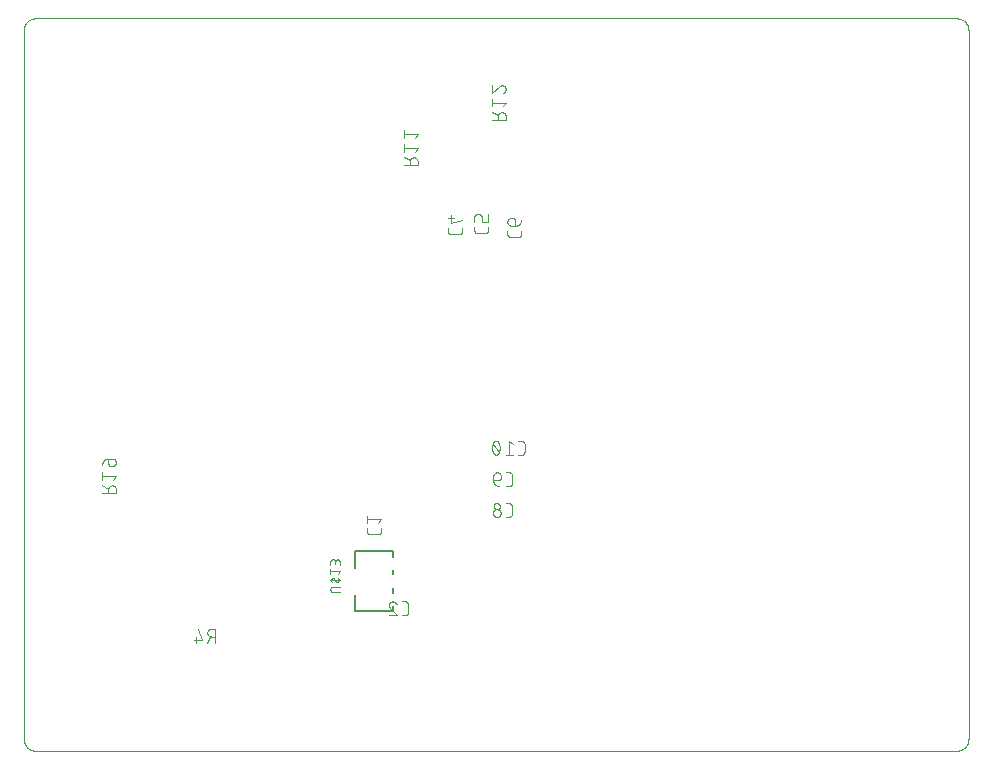
<source format=gbo>
G04 EAGLE Gerber RS-274X export*
G75*
%MOMM*%
%FSLAX34Y34*%
%LPD*%
%INSilk bottom*%
%IPPOS*%
%AMOC8*
5,1,8,0,0,1.08239X$1,22.5*%
G01*
%ADD10C,0.000000*%
%ADD11C,0.101600*%
%ADD12C,0.127000*%


D10*
X10000Y0D02*
X790000Y0D01*
X790242Y3D01*
X790483Y12D01*
X790724Y26D01*
X790965Y47D01*
X791205Y73D01*
X791445Y105D01*
X791684Y143D01*
X791921Y186D01*
X792158Y236D01*
X792393Y291D01*
X792627Y351D01*
X792859Y418D01*
X793090Y489D01*
X793319Y567D01*
X793546Y650D01*
X793771Y738D01*
X793994Y832D01*
X794214Y931D01*
X794432Y1036D01*
X794647Y1145D01*
X794860Y1260D01*
X795070Y1380D01*
X795276Y1505D01*
X795480Y1635D01*
X795681Y1770D01*
X795878Y1910D01*
X796072Y2054D01*
X796262Y2203D01*
X796448Y2357D01*
X796631Y2515D01*
X796810Y2677D01*
X796985Y2844D01*
X797156Y3015D01*
X797323Y3190D01*
X797485Y3369D01*
X797643Y3552D01*
X797797Y3738D01*
X797946Y3928D01*
X798090Y4122D01*
X798230Y4319D01*
X798365Y4520D01*
X798495Y4724D01*
X798620Y4930D01*
X798740Y5140D01*
X798855Y5353D01*
X798964Y5568D01*
X799069Y5786D01*
X799168Y6006D01*
X799262Y6229D01*
X799350Y6454D01*
X799433Y6681D01*
X799511Y6910D01*
X799582Y7141D01*
X799649Y7373D01*
X799709Y7607D01*
X799764Y7842D01*
X799814Y8079D01*
X799857Y8316D01*
X799895Y8555D01*
X799927Y8795D01*
X799953Y9035D01*
X799974Y9276D01*
X799988Y9517D01*
X799997Y9758D01*
X800000Y10000D01*
X800000Y610000D01*
X799997Y610242D01*
X799988Y610483D01*
X799974Y610724D01*
X799953Y610965D01*
X799927Y611205D01*
X799895Y611445D01*
X799857Y611684D01*
X799814Y611921D01*
X799764Y612158D01*
X799709Y612393D01*
X799649Y612627D01*
X799582Y612859D01*
X799511Y613090D01*
X799433Y613319D01*
X799350Y613546D01*
X799262Y613771D01*
X799168Y613994D01*
X799069Y614214D01*
X798964Y614432D01*
X798855Y614647D01*
X798740Y614860D01*
X798620Y615070D01*
X798495Y615276D01*
X798365Y615480D01*
X798230Y615681D01*
X798090Y615878D01*
X797946Y616072D01*
X797797Y616262D01*
X797643Y616448D01*
X797485Y616631D01*
X797323Y616810D01*
X797156Y616985D01*
X796985Y617156D01*
X796810Y617323D01*
X796631Y617485D01*
X796448Y617643D01*
X796262Y617797D01*
X796072Y617946D01*
X795878Y618090D01*
X795681Y618230D01*
X795480Y618365D01*
X795276Y618495D01*
X795070Y618620D01*
X794860Y618740D01*
X794647Y618855D01*
X794432Y618964D01*
X794214Y619069D01*
X793994Y619168D01*
X793771Y619262D01*
X793546Y619350D01*
X793319Y619433D01*
X793090Y619511D01*
X792859Y619582D01*
X792627Y619649D01*
X792393Y619709D01*
X792158Y619764D01*
X791921Y619814D01*
X791684Y619857D01*
X791445Y619895D01*
X791205Y619927D01*
X790965Y619953D01*
X790724Y619974D01*
X790483Y619988D01*
X790242Y619997D01*
X790000Y620000D01*
X10000Y620000D01*
X9758Y619997D01*
X9517Y619988D01*
X9276Y619974D01*
X9035Y619953D01*
X8795Y619927D01*
X8555Y619895D01*
X8316Y619857D01*
X8079Y619814D01*
X7842Y619764D01*
X7607Y619709D01*
X7373Y619649D01*
X7141Y619582D01*
X6910Y619511D01*
X6681Y619433D01*
X6454Y619350D01*
X6229Y619262D01*
X6006Y619168D01*
X5786Y619069D01*
X5568Y618964D01*
X5353Y618855D01*
X5140Y618740D01*
X4930Y618620D01*
X4724Y618495D01*
X4520Y618365D01*
X4319Y618230D01*
X4122Y618090D01*
X3928Y617946D01*
X3738Y617797D01*
X3552Y617643D01*
X3369Y617485D01*
X3190Y617323D01*
X3015Y617156D01*
X2844Y616985D01*
X2677Y616810D01*
X2515Y616631D01*
X2357Y616448D01*
X2203Y616262D01*
X2054Y616072D01*
X1910Y615878D01*
X1770Y615681D01*
X1635Y615480D01*
X1505Y615276D01*
X1380Y615070D01*
X1260Y614860D01*
X1145Y614647D01*
X1036Y614432D01*
X931Y614214D01*
X832Y613994D01*
X738Y613771D01*
X650Y613546D01*
X567Y613319D01*
X489Y613090D01*
X418Y612859D01*
X351Y612627D01*
X291Y612393D01*
X236Y612158D01*
X186Y611921D01*
X143Y611684D01*
X105Y611445D01*
X73Y611205D01*
X47Y610965D01*
X26Y610724D01*
X12Y610483D01*
X3Y610242D01*
X0Y610000D01*
X0Y10000D01*
X3Y9758D01*
X12Y9517D01*
X26Y9276D01*
X47Y9035D01*
X73Y8795D01*
X105Y8555D01*
X143Y8316D01*
X186Y8079D01*
X236Y7842D01*
X291Y7607D01*
X351Y7373D01*
X418Y7141D01*
X489Y6910D01*
X567Y6681D01*
X650Y6454D01*
X738Y6229D01*
X832Y6006D01*
X931Y5786D01*
X1036Y5568D01*
X1145Y5353D01*
X1260Y5140D01*
X1380Y4930D01*
X1505Y4724D01*
X1635Y4520D01*
X1770Y4319D01*
X1910Y4122D01*
X2054Y3928D01*
X2203Y3738D01*
X2357Y3552D01*
X2515Y3369D01*
X2677Y3190D01*
X2844Y3015D01*
X3015Y2844D01*
X3190Y2677D01*
X3369Y2515D01*
X3552Y2357D01*
X3738Y2203D01*
X3928Y2054D01*
X4122Y1910D01*
X4319Y1770D01*
X4520Y1635D01*
X4724Y1505D01*
X4930Y1380D01*
X5140Y1260D01*
X5353Y1145D01*
X5568Y1036D01*
X5786Y931D01*
X6006Y832D01*
X6229Y738D01*
X6454Y650D01*
X6681Y567D01*
X6910Y489D01*
X7141Y418D01*
X7373Y351D01*
X7607Y291D01*
X7842Y236D01*
X8079Y186D01*
X8316Y143D01*
X8555Y105D01*
X8795Y73D01*
X9035Y47D01*
X9276Y26D01*
X9517Y12D01*
X9758Y3D01*
X10000Y0D01*
D11*
X290918Y185644D02*
X290918Y188241D01*
X290918Y185644D02*
X290920Y185545D01*
X290926Y185445D01*
X290935Y185346D01*
X290948Y185248D01*
X290965Y185150D01*
X290986Y185052D01*
X291011Y184956D01*
X291039Y184861D01*
X291071Y184767D01*
X291106Y184674D01*
X291145Y184582D01*
X291188Y184492D01*
X291233Y184404D01*
X291283Y184317D01*
X291335Y184233D01*
X291391Y184150D01*
X291449Y184070D01*
X291511Y183992D01*
X291576Y183917D01*
X291644Y183844D01*
X291714Y183774D01*
X291787Y183706D01*
X291862Y183641D01*
X291940Y183579D01*
X292020Y183521D01*
X292103Y183465D01*
X292187Y183413D01*
X292274Y183363D01*
X292362Y183318D01*
X292452Y183275D01*
X292544Y183236D01*
X292637Y183201D01*
X292731Y183169D01*
X292826Y183141D01*
X292922Y183116D01*
X293020Y183095D01*
X293118Y183078D01*
X293216Y183065D01*
X293315Y183056D01*
X293415Y183050D01*
X293514Y183048D01*
X300006Y183048D01*
X300105Y183050D01*
X300205Y183056D01*
X300304Y183065D01*
X300402Y183078D01*
X300500Y183095D01*
X300598Y183116D01*
X300694Y183141D01*
X300789Y183169D01*
X300883Y183201D01*
X300976Y183236D01*
X301068Y183275D01*
X301158Y183318D01*
X301246Y183363D01*
X301333Y183413D01*
X301417Y183465D01*
X301500Y183521D01*
X301580Y183579D01*
X301658Y183641D01*
X301733Y183706D01*
X301806Y183774D01*
X301876Y183844D01*
X301944Y183917D01*
X302009Y183992D01*
X302071Y184070D01*
X302129Y184150D01*
X302185Y184233D01*
X302237Y184317D01*
X302287Y184404D01*
X302332Y184492D01*
X302375Y184582D01*
X302414Y184674D01*
X302449Y184766D01*
X302481Y184861D01*
X302509Y184956D01*
X302534Y185052D01*
X302555Y185150D01*
X302572Y185248D01*
X302585Y185346D01*
X302594Y185445D01*
X302600Y185545D01*
X302602Y185644D01*
X302602Y188241D01*
X300006Y192606D02*
X302602Y195852D01*
X290918Y195852D01*
X290918Y199097D02*
X290918Y192606D01*
X320199Y114708D02*
X322796Y114708D01*
X322895Y114710D01*
X322995Y114716D01*
X323094Y114725D01*
X323192Y114738D01*
X323290Y114755D01*
X323388Y114776D01*
X323484Y114801D01*
X323579Y114829D01*
X323673Y114861D01*
X323766Y114896D01*
X323858Y114935D01*
X323948Y114978D01*
X324036Y115023D01*
X324123Y115073D01*
X324207Y115125D01*
X324290Y115181D01*
X324370Y115239D01*
X324448Y115301D01*
X324523Y115366D01*
X324596Y115434D01*
X324666Y115504D01*
X324734Y115577D01*
X324799Y115652D01*
X324861Y115730D01*
X324919Y115810D01*
X324975Y115893D01*
X325027Y115977D01*
X325077Y116064D01*
X325122Y116152D01*
X325165Y116242D01*
X325204Y116334D01*
X325239Y116427D01*
X325271Y116521D01*
X325299Y116616D01*
X325324Y116712D01*
X325345Y116810D01*
X325362Y116908D01*
X325375Y117006D01*
X325384Y117105D01*
X325390Y117205D01*
X325392Y117304D01*
X325392Y123796D01*
X325390Y123895D01*
X325384Y123995D01*
X325375Y124094D01*
X325362Y124192D01*
X325345Y124290D01*
X325324Y124388D01*
X325299Y124484D01*
X325271Y124579D01*
X325239Y124673D01*
X325204Y124766D01*
X325165Y124858D01*
X325122Y124948D01*
X325077Y125036D01*
X325027Y125123D01*
X324975Y125207D01*
X324919Y125290D01*
X324861Y125370D01*
X324799Y125448D01*
X324734Y125523D01*
X324666Y125596D01*
X324596Y125666D01*
X324523Y125734D01*
X324448Y125799D01*
X324370Y125861D01*
X324290Y125919D01*
X324207Y125975D01*
X324123Y126027D01*
X324036Y126077D01*
X323948Y126122D01*
X323858Y126165D01*
X323766Y126204D01*
X323673Y126239D01*
X323579Y126271D01*
X323484Y126299D01*
X323388Y126324D01*
X323290Y126345D01*
X323192Y126362D01*
X323094Y126375D01*
X322995Y126384D01*
X322895Y126390D01*
X322796Y126392D01*
X320199Y126392D01*
X312264Y126392D02*
X312157Y126390D01*
X312051Y126384D01*
X311945Y126374D01*
X311839Y126361D01*
X311733Y126343D01*
X311629Y126322D01*
X311525Y126297D01*
X311422Y126268D01*
X311321Y126236D01*
X311221Y126199D01*
X311122Y126159D01*
X311024Y126116D01*
X310928Y126069D01*
X310834Y126018D01*
X310742Y125964D01*
X310652Y125907D01*
X310564Y125847D01*
X310479Y125783D01*
X310396Y125716D01*
X310315Y125646D01*
X310237Y125574D01*
X310161Y125498D01*
X310089Y125420D01*
X310019Y125339D01*
X309952Y125256D01*
X309888Y125171D01*
X309828Y125083D01*
X309771Y124993D01*
X309717Y124901D01*
X309666Y124807D01*
X309619Y124711D01*
X309576Y124613D01*
X309536Y124514D01*
X309499Y124414D01*
X309467Y124313D01*
X309438Y124210D01*
X309413Y124106D01*
X309392Y124002D01*
X309374Y123896D01*
X309361Y123790D01*
X309351Y123684D01*
X309345Y123578D01*
X309343Y123471D01*
X312264Y126392D02*
X312385Y126390D01*
X312506Y126384D01*
X312626Y126374D01*
X312747Y126361D01*
X312866Y126343D01*
X312986Y126322D01*
X313104Y126297D01*
X313221Y126268D01*
X313338Y126235D01*
X313453Y126199D01*
X313567Y126158D01*
X313680Y126115D01*
X313792Y126067D01*
X313901Y126016D01*
X314009Y125961D01*
X314116Y125903D01*
X314220Y125842D01*
X314322Y125777D01*
X314422Y125709D01*
X314520Y125638D01*
X314616Y125564D01*
X314709Y125487D01*
X314799Y125406D01*
X314887Y125323D01*
X314972Y125237D01*
X315055Y125148D01*
X315134Y125057D01*
X315211Y124963D01*
X315284Y124867D01*
X315354Y124769D01*
X315421Y124668D01*
X315485Y124565D01*
X315546Y124460D01*
X315603Y124353D01*
X315656Y124245D01*
X315706Y124135D01*
X315752Y124023D01*
X315795Y123910D01*
X315834Y123795D01*
X310317Y121199D02*
X310238Y121277D01*
X310162Y121357D01*
X310089Y121440D01*
X310019Y121526D01*
X309952Y121613D01*
X309888Y121704D01*
X309828Y121796D01*
X309770Y121890D01*
X309716Y121987D01*
X309666Y122085D01*
X309619Y122185D01*
X309575Y122286D01*
X309535Y122389D01*
X309499Y122494D01*
X309467Y122599D01*
X309438Y122706D01*
X309413Y122813D01*
X309391Y122922D01*
X309374Y123031D01*
X309360Y123140D01*
X309351Y123250D01*
X309345Y123361D01*
X309343Y123471D01*
X310316Y121199D02*
X315834Y114708D01*
X309343Y114708D01*
X396458Y534065D02*
X408142Y534065D01*
X408142Y537310D01*
X408140Y537423D01*
X408134Y537536D01*
X408124Y537649D01*
X408110Y537762D01*
X408093Y537874D01*
X408071Y537985D01*
X408046Y538095D01*
X408016Y538205D01*
X407983Y538313D01*
X407946Y538420D01*
X407906Y538526D01*
X407861Y538630D01*
X407813Y538733D01*
X407762Y538834D01*
X407707Y538933D01*
X407649Y539030D01*
X407587Y539125D01*
X407522Y539218D01*
X407454Y539308D01*
X407383Y539396D01*
X407308Y539482D01*
X407231Y539565D01*
X407151Y539645D01*
X407068Y539722D01*
X406982Y539797D01*
X406894Y539868D01*
X406804Y539936D01*
X406711Y540001D01*
X406616Y540063D01*
X406519Y540121D01*
X406420Y540176D01*
X406319Y540227D01*
X406216Y540275D01*
X406112Y540320D01*
X406006Y540360D01*
X405899Y540397D01*
X405791Y540430D01*
X405681Y540460D01*
X405571Y540485D01*
X405460Y540507D01*
X405348Y540524D01*
X405235Y540538D01*
X405122Y540548D01*
X405009Y540554D01*
X404896Y540556D01*
X404783Y540554D01*
X404670Y540548D01*
X404557Y540538D01*
X404444Y540524D01*
X404332Y540507D01*
X404221Y540485D01*
X404111Y540460D01*
X404001Y540430D01*
X403893Y540397D01*
X403786Y540360D01*
X403680Y540320D01*
X403576Y540275D01*
X403473Y540227D01*
X403372Y540176D01*
X403273Y540121D01*
X403176Y540063D01*
X403081Y540001D01*
X402988Y539936D01*
X402898Y539868D01*
X402810Y539797D01*
X402724Y539722D01*
X402641Y539645D01*
X402561Y539565D01*
X402484Y539482D01*
X402409Y539396D01*
X402338Y539308D01*
X402270Y539218D01*
X402205Y539125D01*
X402143Y539030D01*
X402085Y538933D01*
X402030Y538834D01*
X401979Y538733D01*
X401931Y538630D01*
X401886Y538526D01*
X401846Y538420D01*
X401809Y538313D01*
X401776Y538205D01*
X401746Y538095D01*
X401721Y537985D01*
X401699Y537874D01*
X401682Y537762D01*
X401668Y537649D01*
X401658Y537536D01*
X401652Y537423D01*
X401650Y537310D01*
X401651Y537310D02*
X401651Y534065D01*
X401651Y537959D02*
X396458Y540556D01*
X405546Y545421D02*
X408142Y548666D01*
X396458Y548666D01*
X396458Y545421D02*
X396458Y551912D01*
X405221Y563342D02*
X405328Y563340D01*
X405434Y563334D01*
X405540Y563324D01*
X405646Y563311D01*
X405752Y563293D01*
X405856Y563272D01*
X405960Y563247D01*
X406063Y563218D01*
X406164Y563186D01*
X406264Y563149D01*
X406363Y563109D01*
X406461Y563066D01*
X406557Y563019D01*
X406651Y562968D01*
X406743Y562914D01*
X406833Y562857D01*
X406921Y562797D01*
X407006Y562733D01*
X407089Y562666D01*
X407170Y562596D01*
X407248Y562524D01*
X407324Y562448D01*
X407396Y562370D01*
X407466Y562289D01*
X407533Y562206D01*
X407597Y562121D01*
X407657Y562033D01*
X407714Y561943D01*
X407768Y561851D01*
X407819Y561757D01*
X407866Y561661D01*
X407909Y561563D01*
X407949Y561464D01*
X407986Y561364D01*
X408018Y561263D01*
X408047Y561160D01*
X408072Y561056D01*
X408093Y560952D01*
X408111Y560846D01*
X408124Y560740D01*
X408134Y560634D01*
X408140Y560528D01*
X408142Y560421D01*
X408140Y560300D01*
X408134Y560179D01*
X408124Y560059D01*
X408111Y559938D01*
X408093Y559819D01*
X408072Y559699D01*
X408047Y559581D01*
X408018Y559464D01*
X407985Y559347D01*
X407949Y559232D01*
X407908Y559118D01*
X407865Y559005D01*
X407817Y558893D01*
X407766Y558784D01*
X407711Y558676D01*
X407653Y558569D01*
X407592Y558465D01*
X407527Y558363D01*
X407459Y558263D01*
X407388Y558165D01*
X407314Y558069D01*
X407237Y557976D01*
X407156Y557886D01*
X407073Y557798D01*
X406987Y557713D01*
X406898Y557630D01*
X406807Y557551D01*
X406713Y557474D01*
X406617Y557401D01*
X406519Y557331D01*
X406418Y557264D01*
X406315Y557200D01*
X406210Y557140D01*
X406103Y557083D01*
X405995Y557029D01*
X405885Y556979D01*
X405773Y556933D01*
X405660Y556890D01*
X405545Y556851D01*
X402949Y562369D02*
X403026Y562448D01*
X403107Y562524D01*
X403190Y562597D01*
X403275Y562667D01*
X403363Y562734D01*
X403453Y562798D01*
X403545Y562858D01*
X403640Y562915D01*
X403736Y562969D01*
X403834Y563020D01*
X403934Y563067D01*
X404036Y563111D01*
X404139Y563151D01*
X404243Y563187D01*
X404349Y563219D01*
X404455Y563248D01*
X404563Y563273D01*
X404671Y563295D01*
X404781Y563312D01*
X404890Y563326D01*
X405000Y563335D01*
X405111Y563341D01*
X405221Y563343D01*
X402949Y562368D02*
X396458Y556851D01*
X396458Y563342D01*
X333542Y495858D02*
X321858Y495858D01*
X333542Y495858D02*
X333542Y499104D01*
X333540Y499217D01*
X333534Y499330D01*
X333524Y499443D01*
X333510Y499556D01*
X333493Y499668D01*
X333471Y499779D01*
X333446Y499889D01*
X333416Y499999D01*
X333383Y500107D01*
X333346Y500214D01*
X333306Y500320D01*
X333261Y500424D01*
X333213Y500527D01*
X333162Y500628D01*
X333107Y500727D01*
X333049Y500824D01*
X332987Y500919D01*
X332922Y501012D01*
X332854Y501102D01*
X332783Y501190D01*
X332708Y501276D01*
X332631Y501359D01*
X332551Y501439D01*
X332468Y501516D01*
X332382Y501591D01*
X332294Y501662D01*
X332204Y501730D01*
X332111Y501795D01*
X332016Y501857D01*
X331919Y501915D01*
X331820Y501970D01*
X331719Y502021D01*
X331616Y502069D01*
X331512Y502114D01*
X331406Y502154D01*
X331299Y502191D01*
X331191Y502224D01*
X331081Y502254D01*
X330971Y502279D01*
X330860Y502301D01*
X330748Y502318D01*
X330635Y502332D01*
X330522Y502342D01*
X330409Y502348D01*
X330296Y502350D01*
X330183Y502348D01*
X330070Y502342D01*
X329957Y502332D01*
X329844Y502318D01*
X329732Y502301D01*
X329621Y502279D01*
X329511Y502254D01*
X329401Y502224D01*
X329293Y502191D01*
X329186Y502154D01*
X329080Y502114D01*
X328976Y502069D01*
X328873Y502021D01*
X328772Y501970D01*
X328673Y501915D01*
X328576Y501857D01*
X328481Y501795D01*
X328388Y501730D01*
X328298Y501662D01*
X328210Y501591D01*
X328124Y501516D01*
X328041Y501439D01*
X327961Y501359D01*
X327884Y501276D01*
X327809Y501190D01*
X327738Y501102D01*
X327670Y501012D01*
X327605Y500919D01*
X327543Y500824D01*
X327485Y500727D01*
X327430Y500628D01*
X327379Y500527D01*
X327331Y500424D01*
X327286Y500320D01*
X327246Y500214D01*
X327209Y500107D01*
X327176Y499999D01*
X327146Y499889D01*
X327121Y499779D01*
X327099Y499668D01*
X327082Y499556D01*
X327068Y499443D01*
X327058Y499330D01*
X327052Y499217D01*
X327050Y499104D01*
X327051Y499104D02*
X327051Y495858D01*
X327051Y499753D02*
X321858Y502349D01*
X330946Y507214D02*
X333542Y510460D01*
X321858Y510460D01*
X321858Y513705D02*
X321858Y507214D01*
X330946Y518644D02*
X333542Y521890D01*
X321858Y521890D01*
X321858Y525135D02*
X321858Y518644D01*
X78142Y218065D02*
X66458Y218065D01*
X78142Y218065D02*
X78142Y221310D01*
X78140Y221423D01*
X78134Y221536D01*
X78124Y221649D01*
X78110Y221762D01*
X78093Y221874D01*
X78071Y221985D01*
X78046Y222095D01*
X78016Y222205D01*
X77983Y222313D01*
X77946Y222420D01*
X77906Y222526D01*
X77861Y222630D01*
X77813Y222733D01*
X77762Y222834D01*
X77707Y222933D01*
X77649Y223030D01*
X77587Y223125D01*
X77522Y223218D01*
X77454Y223308D01*
X77383Y223396D01*
X77308Y223482D01*
X77231Y223565D01*
X77151Y223645D01*
X77068Y223722D01*
X76982Y223797D01*
X76894Y223868D01*
X76804Y223936D01*
X76711Y224001D01*
X76616Y224063D01*
X76519Y224121D01*
X76420Y224176D01*
X76319Y224227D01*
X76216Y224275D01*
X76112Y224320D01*
X76006Y224360D01*
X75899Y224397D01*
X75791Y224430D01*
X75681Y224460D01*
X75571Y224485D01*
X75460Y224507D01*
X75348Y224524D01*
X75235Y224538D01*
X75122Y224548D01*
X75009Y224554D01*
X74896Y224556D01*
X74783Y224554D01*
X74670Y224548D01*
X74557Y224538D01*
X74444Y224524D01*
X74332Y224507D01*
X74221Y224485D01*
X74111Y224460D01*
X74001Y224430D01*
X73893Y224397D01*
X73786Y224360D01*
X73680Y224320D01*
X73576Y224275D01*
X73473Y224227D01*
X73372Y224176D01*
X73273Y224121D01*
X73176Y224063D01*
X73081Y224001D01*
X72988Y223936D01*
X72898Y223868D01*
X72810Y223797D01*
X72724Y223722D01*
X72641Y223645D01*
X72561Y223565D01*
X72484Y223482D01*
X72409Y223396D01*
X72338Y223308D01*
X72270Y223218D01*
X72205Y223125D01*
X72143Y223030D01*
X72085Y222933D01*
X72030Y222834D01*
X71979Y222733D01*
X71931Y222630D01*
X71886Y222526D01*
X71846Y222420D01*
X71809Y222313D01*
X71776Y222205D01*
X71746Y222095D01*
X71721Y221985D01*
X71699Y221874D01*
X71682Y221762D01*
X71668Y221649D01*
X71658Y221536D01*
X71652Y221423D01*
X71650Y221310D01*
X71651Y221310D02*
X71651Y218065D01*
X71651Y221959D02*
X66458Y224556D01*
X75546Y229421D02*
X78142Y232666D01*
X66458Y232666D01*
X66458Y229421D02*
X66458Y235912D01*
X71651Y243447D02*
X71651Y247342D01*
X71651Y243447D02*
X71653Y243348D01*
X71659Y243248D01*
X71668Y243149D01*
X71681Y243051D01*
X71698Y242953D01*
X71719Y242855D01*
X71744Y242759D01*
X71772Y242664D01*
X71804Y242570D01*
X71839Y242477D01*
X71878Y242385D01*
X71921Y242295D01*
X71966Y242207D01*
X72016Y242120D01*
X72068Y242036D01*
X72124Y241953D01*
X72182Y241873D01*
X72244Y241795D01*
X72309Y241720D01*
X72377Y241647D01*
X72447Y241577D01*
X72520Y241509D01*
X72595Y241444D01*
X72673Y241382D01*
X72753Y241324D01*
X72836Y241268D01*
X72920Y241216D01*
X73007Y241166D01*
X73095Y241121D01*
X73185Y241078D01*
X73277Y241039D01*
X73370Y241004D01*
X73464Y240972D01*
X73559Y240944D01*
X73655Y240919D01*
X73753Y240898D01*
X73851Y240881D01*
X73949Y240868D01*
X74048Y240859D01*
X74148Y240853D01*
X74247Y240851D01*
X74896Y240851D01*
X74896Y240850D02*
X75009Y240852D01*
X75122Y240858D01*
X75235Y240868D01*
X75348Y240882D01*
X75460Y240899D01*
X75571Y240921D01*
X75681Y240946D01*
X75791Y240976D01*
X75899Y241009D01*
X76006Y241046D01*
X76112Y241086D01*
X76216Y241131D01*
X76319Y241179D01*
X76420Y241230D01*
X76519Y241285D01*
X76616Y241343D01*
X76711Y241405D01*
X76804Y241470D01*
X76894Y241538D01*
X76982Y241609D01*
X77068Y241684D01*
X77151Y241761D01*
X77231Y241841D01*
X77308Y241924D01*
X77383Y242010D01*
X77454Y242098D01*
X77522Y242188D01*
X77587Y242281D01*
X77649Y242376D01*
X77707Y242473D01*
X77762Y242572D01*
X77813Y242673D01*
X77861Y242776D01*
X77906Y242880D01*
X77946Y242986D01*
X77983Y243093D01*
X78016Y243201D01*
X78046Y243311D01*
X78071Y243421D01*
X78093Y243532D01*
X78110Y243644D01*
X78124Y243757D01*
X78134Y243870D01*
X78140Y243983D01*
X78142Y244096D01*
X78140Y244209D01*
X78134Y244322D01*
X78124Y244435D01*
X78110Y244548D01*
X78093Y244660D01*
X78071Y244771D01*
X78046Y244881D01*
X78016Y244991D01*
X77983Y245099D01*
X77946Y245206D01*
X77906Y245312D01*
X77861Y245416D01*
X77813Y245519D01*
X77762Y245620D01*
X77707Y245719D01*
X77649Y245816D01*
X77587Y245911D01*
X77522Y246004D01*
X77454Y246094D01*
X77383Y246182D01*
X77308Y246268D01*
X77231Y246351D01*
X77151Y246431D01*
X77068Y246508D01*
X76982Y246583D01*
X76894Y246654D01*
X76804Y246722D01*
X76711Y246787D01*
X76616Y246849D01*
X76519Y246907D01*
X76420Y246962D01*
X76319Y247013D01*
X76216Y247061D01*
X76112Y247106D01*
X76006Y247146D01*
X75899Y247183D01*
X75791Y247216D01*
X75681Y247246D01*
X75571Y247271D01*
X75460Y247293D01*
X75348Y247310D01*
X75235Y247324D01*
X75122Y247334D01*
X75009Y247340D01*
X74896Y247342D01*
X71651Y247342D01*
X71508Y247340D01*
X71365Y247334D01*
X71222Y247324D01*
X71080Y247310D01*
X70938Y247293D01*
X70796Y247271D01*
X70655Y247246D01*
X70515Y247216D01*
X70376Y247183D01*
X70238Y247146D01*
X70101Y247105D01*
X69965Y247061D01*
X69830Y247012D01*
X69697Y246960D01*
X69565Y246905D01*
X69435Y246845D01*
X69306Y246782D01*
X69179Y246716D01*
X69055Y246646D01*
X68932Y246573D01*
X68811Y246496D01*
X68692Y246416D01*
X68576Y246333D01*
X68461Y246247D01*
X68350Y246158D01*
X68240Y246065D01*
X68134Y245970D01*
X68030Y245871D01*
X67929Y245770D01*
X67830Y245666D01*
X67735Y245560D01*
X67642Y245450D01*
X67553Y245339D01*
X67467Y245224D01*
X67384Y245108D01*
X67304Y244989D01*
X67227Y244868D01*
X67154Y244746D01*
X67084Y244621D01*
X67018Y244494D01*
X66955Y244365D01*
X66895Y244235D01*
X66840Y244103D01*
X66788Y243970D01*
X66739Y243835D01*
X66695Y243699D01*
X66654Y243562D01*
X66617Y243424D01*
X66584Y243285D01*
X66554Y243145D01*
X66529Y243004D01*
X66507Y242862D01*
X66490Y242720D01*
X66476Y242578D01*
X66466Y242435D01*
X66460Y242292D01*
X66458Y242149D01*
D12*
X280750Y118000D02*
X312500Y118000D01*
X312500Y168800D02*
X280750Y168800D01*
X312500Y122400D02*
X312500Y118400D01*
X312500Y133400D02*
X312500Y137400D01*
X312500Y149400D02*
X312500Y153400D01*
X312500Y164400D02*
X312500Y168400D01*
X280750Y168400D02*
X280750Y154400D01*
X280750Y131400D02*
X280750Y118000D01*
D11*
X267542Y134365D02*
X261855Y134365D01*
X261762Y134367D01*
X261670Y134373D01*
X261577Y134383D01*
X261485Y134396D01*
X261394Y134414D01*
X261304Y134436D01*
X261215Y134461D01*
X261126Y134490D01*
X261040Y134523D01*
X260954Y134559D01*
X260870Y134599D01*
X260788Y134643D01*
X260708Y134690D01*
X260630Y134740D01*
X260555Y134794D01*
X260481Y134850D01*
X260410Y134910D01*
X260342Y134973D01*
X260276Y135039D01*
X260213Y135107D01*
X260153Y135178D01*
X260097Y135252D01*
X260043Y135327D01*
X259993Y135405D01*
X259946Y135485D01*
X259902Y135567D01*
X259862Y135651D01*
X259826Y135737D01*
X259793Y135823D01*
X259764Y135912D01*
X259739Y136001D01*
X259717Y136091D01*
X259699Y136182D01*
X259686Y136274D01*
X259676Y136367D01*
X259670Y136459D01*
X259668Y136552D01*
X259670Y136645D01*
X259676Y136737D01*
X259686Y136830D01*
X259699Y136922D01*
X259717Y137013D01*
X259739Y137103D01*
X259764Y137192D01*
X259793Y137281D01*
X259826Y137367D01*
X259862Y137453D01*
X259902Y137537D01*
X259946Y137619D01*
X259993Y137699D01*
X260043Y137777D01*
X260097Y137852D01*
X260153Y137926D01*
X260213Y137997D01*
X260276Y138065D01*
X260342Y138131D01*
X260410Y138194D01*
X260481Y138254D01*
X260555Y138310D01*
X260630Y138364D01*
X260708Y138414D01*
X260788Y138461D01*
X260870Y138505D01*
X260954Y138545D01*
X261040Y138581D01*
X261126Y138614D01*
X261215Y138643D01*
X261304Y138668D01*
X261394Y138690D01*
X261485Y138708D01*
X261577Y138721D01*
X261670Y138731D01*
X261762Y138737D01*
X261855Y138739D01*
X267542Y138739D01*
X267542Y144286D02*
X259668Y144286D01*
X263605Y144286D02*
X264261Y143193D01*
X264300Y143132D01*
X264342Y143074D01*
X264387Y143018D01*
X264435Y142964D01*
X264486Y142913D01*
X264540Y142866D01*
X264596Y142821D01*
X264655Y142779D01*
X264715Y142741D01*
X264778Y142706D01*
X264843Y142674D01*
X264909Y142647D01*
X264977Y142622D01*
X265046Y142602D01*
X265116Y142585D01*
X265186Y142573D01*
X265258Y142564D01*
X265329Y142559D01*
X265401Y142558D01*
X265473Y142561D01*
X265545Y142568D01*
X265616Y142579D01*
X265686Y142594D01*
X265756Y142613D01*
X265824Y142635D01*
X265891Y142661D01*
X265956Y142691D01*
X266020Y142724D01*
X266082Y142761D01*
X266141Y142801D01*
X266199Y142845D01*
X266254Y142891D01*
X266306Y142940D01*
X266355Y142993D01*
X266402Y143047D01*
X266445Y143105D01*
X266485Y143164D01*
X266522Y143226D01*
X266556Y143290D01*
X266585Y143355D01*
X266612Y143422D01*
X266634Y143490D01*
X266653Y143560D01*
X266668Y143630D01*
X266686Y143742D01*
X266701Y143855D01*
X266712Y143968D01*
X266720Y144081D01*
X266724Y144195D01*
X266724Y144308D01*
X266720Y144422D01*
X266712Y144535D01*
X266701Y144648D01*
X266687Y144761D01*
X266668Y144873D01*
X266646Y144984D01*
X266620Y145095D01*
X266591Y145205D01*
X266558Y145314D01*
X266521Y145421D01*
X266481Y145527D01*
X266438Y145632D01*
X266391Y145736D01*
X266340Y145838D01*
X266287Y145938D01*
X266230Y146036D01*
X263605Y144286D02*
X262949Y145380D01*
X262910Y145441D01*
X262868Y145499D01*
X262823Y145555D01*
X262775Y145609D01*
X262724Y145660D01*
X262670Y145707D01*
X262614Y145752D01*
X262555Y145794D01*
X262495Y145832D01*
X262432Y145867D01*
X262367Y145899D01*
X262301Y145926D01*
X262233Y145951D01*
X262164Y145971D01*
X262094Y145988D01*
X262024Y146000D01*
X261952Y146009D01*
X261881Y146014D01*
X261809Y146015D01*
X261737Y146012D01*
X261665Y146005D01*
X261594Y145994D01*
X261524Y145979D01*
X261454Y145960D01*
X261386Y145938D01*
X261319Y145912D01*
X261254Y145882D01*
X261190Y145849D01*
X261128Y145812D01*
X261069Y145772D01*
X261011Y145728D01*
X260956Y145682D01*
X260904Y145633D01*
X260855Y145580D01*
X260808Y145526D01*
X260765Y145468D01*
X260725Y145409D01*
X260688Y145347D01*
X260654Y145283D01*
X260625Y145218D01*
X260598Y145151D01*
X260576Y145083D01*
X260557Y145013D01*
X260542Y144943D01*
X260542Y144942D02*
X260524Y144830D01*
X260509Y144717D01*
X260498Y144604D01*
X260490Y144491D01*
X260486Y144377D01*
X260486Y144264D01*
X260490Y144150D01*
X260498Y144037D01*
X260509Y143924D01*
X260523Y143811D01*
X260542Y143699D01*
X260564Y143588D01*
X260590Y143477D01*
X260619Y143367D01*
X260652Y143258D01*
X260689Y143151D01*
X260729Y143045D01*
X260772Y142940D01*
X260819Y142836D01*
X260870Y142734D01*
X260923Y142634D01*
X260980Y142536D01*
X265792Y149567D02*
X267542Y151754D01*
X259668Y151754D01*
X259668Y149567D02*
X259668Y153941D01*
X259668Y157568D02*
X259668Y159755D01*
X259670Y159848D01*
X259676Y159940D01*
X259686Y160033D01*
X259699Y160125D01*
X259717Y160216D01*
X259739Y160306D01*
X259764Y160395D01*
X259793Y160484D01*
X259826Y160570D01*
X259862Y160656D01*
X259902Y160740D01*
X259946Y160822D01*
X259993Y160902D01*
X260043Y160980D01*
X260097Y161055D01*
X260153Y161129D01*
X260213Y161200D01*
X260276Y161268D01*
X260342Y161334D01*
X260410Y161397D01*
X260481Y161457D01*
X260555Y161513D01*
X260630Y161567D01*
X260708Y161617D01*
X260788Y161664D01*
X260870Y161708D01*
X260954Y161748D01*
X261040Y161784D01*
X261126Y161817D01*
X261215Y161846D01*
X261304Y161871D01*
X261394Y161893D01*
X261485Y161911D01*
X261577Y161924D01*
X261670Y161934D01*
X261762Y161940D01*
X261855Y161942D01*
X261948Y161940D01*
X262040Y161934D01*
X262133Y161924D01*
X262225Y161911D01*
X262316Y161893D01*
X262406Y161871D01*
X262495Y161846D01*
X262584Y161817D01*
X262670Y161784D01*
X262756Y161748D01*
X262840Y161708D01*
X262922Y161664D01*
X263002Y161617D01*
X263080Y161567D01*
X263155Y161513D01*
X263229Y161457D01*
X263300Y161397D01*
X263368Y161334D01*
X263434Y161268D01*
X263497Y161200D01*
X263557Y161129D01*
X263613Y161055D01*
X263667Y160980D01*
X263717Y160902D01*
X263764Y160822D01*
X263808Y160740D01*
X263848Y160656D01*
X263884Y160570D01*
X263917Y160484D01*
X263946Y160395D01*
X263971Y160306D01*
X263993Y160216D01*
X264011Y160125D01*
X264024Y160033D01*
X264034Y159940D01*
X264040Y159848D01*
X264042Y159755D01*
X267542Y160192D02*
X267542Y157568D01*
X267542Y160192D02*
X267540Y160274D01*
X267534Y160356D01*
X267525Y160437D01*
X267511Y160518D01*
X267494Y160599D01*
X267473Y160678D01*
X267449Y160756D01*
X267420Y160833D01*
X267388Y160909D01*
X267353Y160983D01*
X267314Y161055D01*
X267272Y161126D01*
X267227Y161194D01*
X267178Y161260D01*
X267127Y161324D01*
X267072Y161385D01*
X267015Y161444D01*
X266955Y161500D01*
X266892Y161553D01*
X266827Y161603D01*
X266760Y161650D01*
X266691Y161694D01*
X266619Y161734D01*
X266546Y161771D01*
X266471Y161805D01*
X266395Y161835D01*
X266317Y161861D01*
X266238Y161884D01*
X266159Y161903D01*
X266078Y161918D01*
X265997Y161930D01*
X265915Y161938D01*
X265833Y161942D01*
X265751Y161942D01*
X265669Y161938D01*
X265587Y161930D01*
X265506Y161918D01*
X265425Y161903D01*
X265346Y161884D01*
X265267Y161861D01*
X265189Y161835D01*
X265113Y161805D01*
X265038Y161771D01*
X264965Y161734D01*
X264893Y161694D01*
X264824Y161650D01*
X264757Y161603D01*
X264692Y161553D01*
X264629Y161500D01*
X264569Y161444D01*
X264512Y161385D01*
X264457Y161324D01*
X264406Y161260D01*
X264357Y161194D01*
X264312Y161126D01*
X264270Y161055D01*
X264231Y160983D01*
X264196Y160909D01*
X264164Y160833D01*
X264135Y160756D01*
X264111Y160678D01*
X264090Y160599D01*
X264073Y160518D01*
X264059Y160437D01*
X264050Y160356D01*
X264044Y160274D01*
X264042Y160192D01*
X264042Y158442D01*
X162005Y103142D02*
X162005Y91458D01*
X162005Y103142D02*
X158760Y103142D01*
X158647Y103140D01*
X158534Y103134D01*
X158421Y103124D01*
X158308Y103110D01*
X158196Y103093D01*
X158085Y103071D01*
X157975Y103046D01*
X157865Y103016D01*
X157757Y102983D01*
X157650Y102946D01*
X157544Y102906D01*
X157440Y102861D01*
X157337Y102813D01*
X157236Y102762D01*
X157137Y102707D01*
X157040Y102649D01*
X156945Y102587D01*
X156852Y102522D01*
X156762Y102454D01*
X156674Y102383D01*
X156588Y102308D01*
X156505Y102231D01*
X156425Y102151D01*
X156348Y102068D01*
X156273Y101982D01*
X156202Y101894D01*
X156134Y101804D01*
X156069Y101711D01*
X156007Y101616D01*
X155949Y101519D01*
X155894Y101420D01*
X155843Y101319D01*
X155795Y101216D01*
X155750Y101112D01*
X155710Y101006D01*
X155673Y100899D01*
X155640Y100791D01*
X155610Y100681D01*
X155585Y100571D01*
X155563Y100460D01*
X155546Y100348D01*
X155532Y100235D01*
X155522Y100122D01*
X155516Y100009D01*
X155514Y99896D01*
X155516Y99783D01*
X155522Y99670D01*
X155532Y99557D01*
X155546Y99444D01*
X155563Y99332D01*
X155585Y99221D01*
X155610Y99111D01*
X155640Y99001D01*
X155673Y98893D01*
X155710Y98786D01*
X155750Y98680D01*
X155795Y98576D01*
X155843Y98473D01*
X155894Y98372D01*
X155949Y98273D01*
X156007Y98176D01*
X156069Y98081D01*
X156134Y97988D01*
X156202Y97898D01*
X156273Y97810D01*
X156348Y97724D01*
X156425Y97641D01*
X156505Y97561D01*
X156588Y97484D01*
X156674Y97409D01*
X156762Y97338D01*
X156852Y97270D01*
X156945Y97205D01*
X157040Y97143D01*
X157137Y97085D01*
X157236Y97030D01*
X157337Y96979D01*
X157440Y96931D01*
X157544Y96886D01*
X157650Y96846D01*
X157757Y96809D01*
X157865Y96776D01*
X157975Y96746D01*
X158085Y96721D01*
X158196Y96699D01*
X158308Y96682D01*
X158421Y96668D01*
X158534Y96658D01*
X158647Y96652D01*
X158760Y96650D01*
X158760Y96651D02*
X162005Y96651D01*
X158111Y96651D02*
X155514Y91458D01*
X150649Y94054D02*
X148053Y103142D01*
X150649Y94054D02*
X144158Y94054D01*
X146105Y96651D02*
X146105Y91458D01*
X359438Y439869D02*
X359438Y442466D01*
X359438Y439869D02*
X359440Y439770D01*
X359446Y439670D01*
X359455Y439571D01*
X359468Y439473D01*
X359485Y439375D01*
X359506Y439277D01*
X359531Y439181D01*
X359559Y439086D01*
X359591Y438992D01*
X359626Y438899D01*
X359665Y438807D01*
X359708Y438717D01*
X359753Y438629D01*
X359803Y438542D01*
X359855Y438458D01*
X359911Y438375D01*
X359969Y438295D01*
X360031Y438217D01*
X360096Y438142D01*
X360164Y438069D01*
X360234Y437999D01*
X360307Y437931D01*
X360382Y437866D01*
X360460Y437804D01*
X360540Y437746D01*
X360623Y437690D01*
X360707Y437638D01*
X360794Y437588D01*
X360882Y437543D01*
X360972Y437500D01*
X361064Y437461D01*
X361157Y437426D01*
X361251Y437394D01*
X361346Y437366D01*
X361442Y437341D01*
X361540Y437320D01*
X361638Y437303D01*
X361736Y437290D01*
X361835Y437281D01*
X361935Y437275D01*
X362034Y437273D01*
X368526Y437273D01*
X368625Y437275D01*
X368725Y437281D01*
X368824Y437290D01*
X368922Y437303D01*
X369020Y437320D01*
X369118Y437341D01*
X369214Y437366D01*
X369309Y437394D01*
X369403Y437426D01*
X369496Y437461D01*
X369588Y437500D01*
X369678Y437543D01*
X369766Y437588D01*
X369853Y437638D01*
X369937Y437690D01*
X370020Y437746D01*
X370100Y437804D01*
X370178Y437866D01*
X370253Y437931D01*
X370326Y437999D01*
X370396Y438069D01*
X370464Y438142D01*
X370529Y438217D01*
X370591Y438295D01*
X370649Y438375D01*
X370705Y438458D01*
X370757Y438542D01*
X370807Y438629D01*
X370852Y438717D01*
X370895Y438807D01*
X370934Y438899D01*
X370969Y438991D01*
X371001Y439086D01*
X371029Y439181D01*
X371054Y439277D01*
X371075Y439375D01*
X371092Y439473D01*
X371105Y439571D01*
X371114Y439670D01*
X371120Y439770D01*
X371122Y439869D01*
X371122Y442466D01*
X371122Y449427D02*
X362034Y446831D01*
X362034Y453322D01*
X364631Y451375D02*
X359438Y451375D01*
X381528Y443246D02*
X381528Y440649D01*
X381530Y440550D01*
X381536Y440450D01*
X381545Y440351D01*
X381558Y440253D01*
X381575Y440155D01*
X381596Y440057D01*
X381621Y439961D01*
X381649Y439866D01*
X381681Y439772D01*
X381716Y439679D01*
X381755Y439587D01*
X381798Y439497D01*
X381843Y439409D01*
X381893Y439322D01*
X381945Y439238D01*
X382001Y439155D01*
X382059Y439075D01*
X382121Y438997D01*
X382186Y438922D01*
X382254Y438849D01*
X382324Y438779D01*
X382397Y438711D01*
X382472Y438646D01*
X382550Y438584D01*
X382630Y438526D01*
X382713Y438470D01*
X382797Y438418D01*
X382884Y438368D01*
X382972Y438323D01*
X383062Y438280D01*
X383154Y438241D01*
X383247Y438206D01*
X383341Y438174D01*
X383436Y438146D01*
X383532Y438121D01*
X383630Y438100D01*
X383728Y438083D01*
X383826Y438070D01*
X383925Y438061D01*
X384025Y438055D01*
X384124Y438053D01*
X390616Y438053D01*
X390715Y438055D01*
X390815Y438061D01*
X390914Y438070D01*
X391012Y438083D01*
X391110Y438100D01*
X391208Y438121D01*
X391304Y438146D01*
X391399Y438174D01*
X391493Y438206D01*
X391586Y438241D01*
X391678Y438280D01*
X391768Y438323D01*
X391856Y438368D01*
X391943Y438418D01*
X392027Y438470D01*
X392110Y438526D01*
X392190Y438584D01*
X392268Y438646D01*
X392343Y438711D01*
X392416Y438779D01*
X392486Y438849D01*
X392554Y438922D01*
X392619Y438997D01*
X392681Y439075D01*
X392739Y439155D01*
X392795Y439238D01*
X392847Y439322D01*
X392897Y439409D01*
X392942Y439497D01*
X392985Y439587D01*
X393024Y439679D01*
X393059Y439771D01*
X393091Y439866D01*
X393119Y439961D01*
X393144Y440057D01*
X393165Y440155D01*
X393182Y440253D01*
X393195Y440351D01*
X393204Y440450D01*
X393210Y440550D01*
X393212Y440649D01*
X393212Y443246D01*
X381528Y447611D02*
X381528Y451506D01*
X381530Y451605D01*
X381536Y451705D01*
X381545Y451804D01*
X381558Y451902D01*
X381575Y452000D01*
X381596Y452098D01*
X381621Y452194D01*
X381649Y452289D01*
X381681Y452383D01*
X381716Y452476D01*
X381755Y452568D01*
X381798Y452658D01*
X381843Y452746D01*
X381893Y452833D01*
X381945Y452917D01*
X382001Y453000D01*
X382059Y453080D01*
X382121Y453158D01*
X382186Y453233D01*
X382254Y453306D01*
X382324Y453376D01*
X382397Y453444D01*
X382472Y453509D01*
X382550Y453571D01*
X382630Y453629D01*
X382713Y453685D01*
X382797Y453737D01*
X382884Y453787D01*
X382972Y453832D01*
X383062Y453875D01*
X383154Y453914D01*
X383247Y453949D01*
X383341Y453981D01*
X383436Y454009D01*
X383532Y454034D01*
X383630Y454055D01*
X383728Y454072D01*
X383826Y454085D01*
X383925Y454094D01*
X384025Y454100D01*
X384124Y454102D01*
X385423Y454102D01*
X385522Y454100D01*
X385622Y454094D01*
X385721Y454085D01*
X385819Y454072D01*
X385917Y454055D01*
X386015Y454034D01*
X386111Y454009D01*
X386206Y453981D01*
X386300Y453949D01*
X386393Y453914D01*
X386485Y453875D01*
X386575Y453832D01*
X386663Y453787D01*
X386750Y453737D01*
X386834Y453685D01*
X386917Y453629D01*
X386997Y453571D01*
X387075Y453509D01*
X387150Y453444D01*
X387223Y453376D01*
X387293Y453306D01*
X387361Y453233D01*
X387426Y453158D01*
X387488Y453080D01*
X387546Y453000D01*
X387602Y452917D01*
X387654Y452833D01*
X387704Y452746D01*
X387749Y452658D01*
X387792Y452568D01*
X387831Y452476D01*
X387866Y452383D01*
X387898Y452289D01*
X387926Y452194D01*
X387951Y452098D01*
X387972Y452000D01*
X387989Y451902D01*
X388002Y451804D01*
X388011Y451705D01*
X388017Y451605D01*
X388019Y451506D01*
X388019Y447611D01*
X393212Y447611D01*
X393212Y454102D01*
X409618Y440106D02*
X409618Y437509D01*
X409620Y437410D01*
X409626Y437310D01*
X409635Y437211D01*
X409648Y437113D01*
X409665Y437015D01*
X409686Y436917D01*
X409711Y436821D01*
X409739Y436726D01*
X409771Y436632D01*
X409806Y436539D01*
X409845Y436447D01*
X409888Y436357D01*
X409933Y436269D01*
X409983Y436182D01*
X410035Y436098D01*
X410091Y436015D01*
X410149Y435935D01*
X410211Y435857D01*
X410276Y435782D01*
X410344Y435709D01*
X410414Y435639D01*
X410487Y435571D01*
X410562Y435506D01*
X410640Y435444D01*
X410720Y435386D01*
X410803Y435330D01*
X410887Y435278D01*
X410974Y435228D01*
X411062Y435183D01*
X411152Y435140D01*
X411244Y435101D01*
X411337Y435066D01*
X411431Y435034D01*
X411526Y435006D01*
X411622Y434981D01*
X411720Y434960D01*
X411818Y434943D01*
X411916Y434930D01*
X412015Y434921D01*
X412115Y434915D01*
X412214Y434913D01*
X418706Y434913D01*
X418805Y434915D01*
X418905Y434921D01*
X419004Y434930D01*
X419102Y434943D01*
X419200Y434960D01*
X419298Y434981D01*
X419394Y435006D01*
X419489Y435034D01*
X419583Y435066D01*
X419676Y435101D01*
X419768Y435140D01*
X419858Y435183D01*
X419946Y435228D01*
X420033Y435278D01*
X420117Y435330D01*
X420200Y435386D01*
X420280Y435444D01*
X420358Y435506D01*
X420433Y435571D01*
X420506Y435639D01*
X420576Y435709D01*
X420644Y435782D01*
X420709Y435857D01*
X420771Y435935D01*
X420829Y436015D01*
X420885Y436098D01*
X420937Y436182D01*
X420987Y436269D01*
X421032Y436357D01*
X421075Y436447D01*
X421114Y436539D01*
X421149Y436631D01*
X421181Y436726D01*
X421209Y436821D01*
X421234Y436917D01*
X421255Y437015D01*
X421272Y437113D01*
X421285Y437211D01*
X421294Y437310D01*
X421300Y437410D01*
X421302Y437509D01*
X421302Y440106D01*
X416109Y444471D02*
X416109Y448366D01*
X416107Y448465D01*
X416101Y448565D01*
X416092Y448664D01*
X416079Y448762D01*
X416062Y448860D01*
X416041Y448958D01*
X416016Y449054D01*
X415988Y449149D01*
X415956Y449243D01*
X415921Y449336D01*
X415882Y449428D01*
X415839Y449518D01*
X415794Y449606D01*
X415744Y449693D01*
X415692Y449777D01*
X415636Y449860D01*
X415578Y449940D01*
X415516Y450018D01*
X415451Y450093D01*
X415383Y450166D01*
X415313Y450236D01*
X415240Y450304D01*
X415165Y450369D01*
X415087Y450431D01*
X415007Y450489D01*
X414924Y450545D01*
X414840Y450597D01*
X414753Y450647D01*
X414665Y450692D01*
X414575Y450735D01*
X414483Y450774D01*
X414390Y450809D01*
X414296Y450841D01*
X414201Y450869D01*
X414105Y450894D01*
X414007Y450915D01*
X413909Y450932D01*
X413811Y450945D01*
X413712Y450954D01*
X413612Y450960D01*
X413513Y450962D01*
X412864Y450962D01*
X412751Y450960D01*
X412638Y450954D01*
X412525Y450944D01*
X412412Y450930D01*
X412300Y450913D01*
X412189Y450891D01*
X412079Y450866D01*
X411969Y450836D01*
X411861Y450803D01*
X411754Y450766D01*
X411648Y450726D01*
X411544Y450681D01*
X411441Y450633D01*
X411340Y450582D01*
X411241Y450527D01*
X411144Y450469D01*
X411049Y450407D01*
X410956Y450342D01*
X410866Y450274D01*
X410778Y450203D01*
X410692Y450128D01*
X410609Y450051D01*
X410529Y449971D01*
X410452Y449888D01*
X410377Y449802D01*
X410306Y449714D01*
X410238Y449624D01*
X410173Y449531D01*
X410111Y449436D01*
X410053Y449339D01*
X409998Y449240D01*
X409947Y449139D01*
X409899Y449036D01*
X409854Y448932D01*
X409814Y448826D01*
X409777Y448719D01*
X409744Y448611D01*
X409714Y448501D01*
X409689Y448391D01*
X409667Y448280D01*
X409650Y448168D01*
X409636Y448055D01*
X409626Y447942D01*
X409620Y447829D01*
X409618Y447716D01*
X409620Y447603D01*
X409626Y447490D01*
X409636Y447377D01*
X409650Y447264D01*
X409667Y447152D01*
X409689Y447041D01*
X409714Y446931D01*
X409744Y446821D01*
X409777Y446713D01*
X409814Y446606D01*
X409854Y446500D01*
X409899Y446396D01*
X409947Y446293D01*
X409998Y446192D01*
X410053Y446093D01*
X410111Y445996D01*
X410173Y445901D01*
X410238Y445808D01*
X410306Y445718D01*
X410377Y445630D01*
X410452Y445544D01*
X410529Y445461D01*
X410609Y445381D01*
X410692Y445304D01*
X410778Y445229D01*
X410866Y445158D01*
X410956Y445090D01*
X411049Y445025D01*
X411144Y444963D01*
X411241Y444905D01*
X411340Y444850D01*
X411441Y444799D01*
X411544Y444751D01*
X411648Y444706D01*
X411754Y444666D01*
X411861Y444629D01*
X411969Y444596D01*
X412079Y444566D01*
X412189Y444541D01*
X412300Y444519D01*
X412412Y444502D01*
X412525Y444488D01*
X412638Y444478D01*
X412751Y444472D01*
X412864Y444470D01*
X412864Y444471D02*
X416109Y444471D01*
X416252Y444473D01*
X416395Y444479D01*
X416538Y444489D01*
X416680Y444503D01*
X416822Y444520D01*
X416964Y444542D01*
X417105Y444567D01*
X417245Y444597D01*
X417384Y444630D01*
X417522Y444667D01*
X417659Y444708D01*
X417795Y444752D01*
X417930Y444801D01*
X418063Y444853D01*
X418195Y444908D01*
X418325Y444968D01*
X418454Y445031D01*
X418581Y445097D01*
X418705Y445167D01*
X418828Y445240D01*
X418949Y445317D01*
X419068Y445397D01*
X419184Y445480D01*
X419299Y445566D01*
X419410Y445655D01*
X419520Y445748D01*
X419626Y445843D01*
X419730Y445942D01*
X419831Y446043D01*
X419930Y446147D01*
X420025Y446253D01*
X420118Y446363D01*
X420207Y446474D01*
X420293Y446589D01*
X420376Y446705D01*
X420456Y446824D01*
X420533Y446945D01*
X420606Y447067D01*
X420676Y447192D01*
X420742Y447319D01*
X420805Y447448D01*
X420865Y447578D01*
X420920Y447710D01*
X420972Y447843D01*
X421021Y447978D01*
X421065Y448114D01*
X421106Y448251D01*
X421143Y448389D01*
X421176Y448528D01*
X421206Y448668D01*
X421231Y448809D01*
X421253Y448951D01*
X421270Y449093D01*
X421284Y449235D01*
X421294Y449378D01*
X421300Y449521D01*
X421302Y449664D01*
X410851Y197918D02*
X408254Y197918D01*
X410851Y197918D02*
X410950Y197920D01*
X411050Y197926D01*
X411149Y197935D01*
X411247Y197948D01*
X411345Y197965D01*
X411443Y197986D01*
X411539Y198011D01*
X411634Y198039D01*
X411728Y198071D01*
X411821Y198106D01*
X411913Y198145D01*
X412003Y198188D01*
X412091Y198233D01*
X412178Y198283D01*
X412262Y198335D01*
X412345Y198391D01*
X412425Y198449D01*
X412503Y198511D01*
X412578Y198576D01*
X412651Y198644D01*
X412721Y198714D01*
X412789Y198787D01*
X412854Y198862D01*
X412916Y198940D01*
X412974Y199020D01*
X413030Y199103D01*
X413082Y199187D01*
X413132Y199274D01*
X413177Y199362D01*
X413220Y199452D01*
X413259Y199544D01*
X413294Y199637D01*
X413326Y199731D01*
X413354Y199826D01*
X413379Y199922D01*
X413400Y200020D01*
X413417Y200118D01*
X413430Y200216D01*
X413439Y200315D01*
X413445Y200415D01*
X413447Y200514D01*
X413447Y207006D01*
X413445Y207105D01*
X413439Y207205D01*
X413430Y207304D01*
X413417Y207402D01*
X413400Y207500D01*
X413379Y207598D01*
X413354Y207694D01*
X413326Y207789D01*
X413294Y207883D01*
X413259Y207976D01*
X413220Y208068D01*
X413177Y208158D01*
X413132Y208246D01*
X413082Y208333D01*
X413030Y208417D01*
X412974Y208500D01*
X412916Y208580D01*
X412854Y208658D01*
X412789Y208733D01*
X412721Y208806D01*
X412651Y208876D01*
X412578Y208944D01*
X412503Y209009D01*
X412425Y209071D01*
X412345Y209129D01*
X412262Y209185D01*
X412178Y209237D01*
X412091Y209287D01*
X412003Y209332D01*
X411913Y209375D01*
X411821Y209414D01*
X411728Y209449D01*
X411634Y209481D01*
X411539Y209509D01*
X411443Y209534D01*
X411345Y209555D01*
X411247Y209572D01*
X411149Y209585D01*
X411050Y209594D01*
X410950Y209600D01*
X410851Y209602D01*
X408254Y209602D01*
X403890Y201164D02*
X403888Y201277D01*
X403882Y201390D01*
X403872Y201503D01*
X403858Y201616D01*
X403841Y201728D01*
X403819Y201839D01*
X403794Y201949D01*
X403764Y202059D01*
X403731Y202167D01*
X403694Y202274D01*
X403654Y202380D01*
X403609Y202484D01*
X403561Y202587D01*
X403510Y202688D01*
X403455Y202787D01*
X403397Y202884D01*
X403335Y202979D01*
X403270Y203072D01*
X403202Y203162D01*
X403131Y203250D01*
X403056Y203336D01*
X402979Y203419D01*
X402899Y203499D01*
X402816Y203576D01*
X402730Y203651D01*
X402642Y203722D01*
X402552Y203790D01*
X402459Y203855D01*
X402364Y203917D01*
X402267Y203975D01*
X402168Y204030D01*
X402067Y204081D01*
X401964Y204129D01*
X401860Y204174D01*
X401754Y204214D01*
X401647Y204251D01*
X401539Y204284D01*
X401429Y204314D01*
X401319Y204339D01*
X401208Y204361D01*
X401096Y204378D01*
X400983Y204392D01*
X400870Y204402D01*
X400757Y204408D01*
X400644Y204410D01*
X400531Y204408D01*
X400418Y204402D01*
X400305Y204392D01*
X400192Y204378D01*
X400080Y204361D01*
X399969Y204339D01*
X399859Y204314D01*
X399749Y204284D01*
X399641Y204251D01*
X399534Y204214D01*
X399428Y204174D01*
X399324Y204129D01*
X399221Y204081D01*
X399120Y204030D01*
X399021Y203975D01*
X398924Y203917D01*
X398829Y203855D01*
X398736Y203790D01*
X398646Y203722D01*
X398558Y203651D01*
X398472Y203576D01*
X398389Y203499D01*
X398309Y203419D01*
X398232Y203336D01*
X398157Y203250D01*
X398086Y203162D01*
X398018Y203072D01*
X397953Y202979D01*
X397891Y202884D01*
X397833Y202787D01*
X397778Y202688D01*
X397727Y202587D01*
X397679Y202484D01*
X397634Y202380D01*
X397594Y202274D01*
X397557Y202167D01*
X397524Y202059D01*
X397494Y201949D01*
X397469Y201839D01*
X397447Y201728D01*
X397430Y201616D01*
X397416Y201503D01*
X397406Y201390D01*
X397400Y201277D01*
X397398Y201164D01*
X397400Y201051D01*
X397406Y200938D01*
X397416Y200825D01*
X397430Y200712D01*
X397447Y200600D01*
X397469Y200489D01*
X397494Y200379D01*
X397524Y200269D01*
X397557Y200161D01*
X397594Y200054D01*
X397634Y199948D01*
X397679Y199844D01*
X397727Y199741D01*
X397778Y199640D01*
X397833Y199541D01*
X397891Y199444D01*
X397953Y199349D01*
X398018Y199256D01*
X398086Y199166D01*
X398157Y199078D01*
X398232Y198992D01*
X398309Y198909D01*
X398389Y198829D01*
X398472Y198752D01*
X398558Y198677D01*
X398646Y198606D01*
X398736Y198538D01*
X398829Y198473D01*
X398924Y198411D01*
X399021Y198353D01*
X399120Y198298D01*
X399221Y198247D01*
X399324Y198199D01*
X399428Y198154D01*
X399534Y198114D01*
X399641Y198077D01*
X399749Y198044D01*
X399859Y198014D01*
X399969Y197989D01*
X400080Y197967D01*
X400192Y197950D01*
X400305Y197936D01*
X400418Y197926D01*
X400531Y197920D01*
X400644Y197918D01*
X400757Y197920D01*
X400870Y197926D01*
X400983Y197936D01*
X401096Y197950D01*
X401208Y197967D01*
X401319Y197989D01*
X401429Y198014D01*
X401539Y198044D01*
X401647Y198077D01*
X401754Y198114D01*
X401860Y198154D01*
X401964Y198199D01*
X402067Y198247D01*
X402168Y198298D01*
X402267Y198353D01*
X402364Y198411D01*
X402459Y198473D01*
X402552Y198538D01*
X402642Y198606D01*
X402730Y198677D01*
X402816Y198752D01*
X402899Y198829D01*
X402979Y198909D01*
X403056Y198992D01*
X403131Y199078D01*
X403202Y199166D01*
X403270Y199256D01*
X403335Y199349D01*
X403397Y199444D01*
X403455Y199541D01*
X403510Y199640D01*
X403561Y199741D01*
X403609Y199844D01*
X403654Y199948D01*
X403694Y200054D01*
X403731Y200161D01*
X403764Y200269D01*
X403794Y200379D01*
X403819Y200489D01*
X403841Y200600D01*
X403858Y200712D01*
X403872Y200825D01*
X403882Y200938D01*
X403888Y201051D01*
X403890Y201164D01*
X403240Y207006D02*
X403238Y207107D01*
X403232Y207207D01*
X403222Y207307D01*
X403209Y207407D01*
X403191Y207506D01*
X403170Y207605D01*
X403145Y207702D01*
X403116Y207799D01*
X403083Y207894D01*
X403047Y207988D01*
X403007Y208080D01*
X402964Y208171D01*
X402917Y208260D01*
X402867Y208347D01*
X402813Y208433D01*
X402756Y208516D01*
X402696Y208596D01*
X402633Y208675D01*
X402566Y208751D01*
X402497Y208824D01*
X402425Y208894D01*
X402351Y208962D01*
X402274Y209027D01*
X402194Y209088D01*
X402112Y209147D01*
X402028Y209202D01*
X401942Y209254D01*
X401854Y209303D01*
X401764Y209348D01*
X401672Y209390D01*
X401579Y209428D01*
X401484Y209462D01*
X401389Y209493D01*
X401292Y209520D01*
X401194Y209543D01*
X401095Y209563D01*
X400995Y209578D01*
X400895Y209590D01*
X400795Y209598D01*
X400694Y209602D01*
X400594Y209602D01*
X400493Y209598D01*
X400393Y209590D01*
X400293Y209578D01*
X400193Y209563D01*
X400094Y209543D01*
X399996Y209520D01*
X399899Y209493D01*
X399804Y209462D01*
X399709Y209428D01*
X399616Y209390D01*
X399524Y209348D01*
X399434Y209303D01*
X399346Y209254D01*
X399260Y209202D01*
X399176Y209147D01*
X399094Y209088D01*
X399014Y209027D01*
X398937Y208962D01*
X398863Y208894D01*
X398791Y208824D01*
X398722Y208751D01*
X398655Y208675D01*
X398592Y208596D01*
X398532Y208516D01*
X398475Y208433D01*
X398421Y208347D01*
X398371Y208260D01*
X398324Y208171D01*
X398281Y208080D01*
X398241Y207988D01*
X398205Y207894D01*
X398172Y207799D01*
X398143Y207702D01*
X398118Y207605D01*
X398097Y207506D01*
X398079Y207407D01*
X398066Y207307D01*
X398056Y207207D01*
X398050Y207107D01*
X398048Y207006D01*
X398050Y206905D01*
X398056Y206805D01*
X398066Y206705D01*
X398079Y206605D01*
X398097Y206506D01*
X398118Y206407D01*
X398143Y206310D01*
X398172Y206213D01*
X398205Y206118D01*
X398241Y206024D01*
X398281Y205932D01*
X398324Y205841D01*
X398371Y205752D01*
X398421Y205665D01*
X398475Y205579D01*
X398532Y205496D01*
X398592Y205416D01*
X398655Y205337D01*
X398722Y205261D01*
X398791Y205188D01*
X398863Y205118D01*
X398937Y205050D01*
X399014Y204985D01*
X399094Y204924D01*
X399176Y204865D01*
X399260Y204810D01*
X399346Y204758D01*
X399434Y204709D01*
X399524Y204664D01*
X399616Y204622D01*
X399709Y204584D01*
X399804Y204550D01*
X399899Y204519D01*
X399996Y204492D01*
X400094Y204469D01*
X400193Y204449D01*
X400293Y204434D01*
X400393Y204422D01*
X400493Y204414D01*
X400594Y204410D01*
X400694Y204410D01*
X400795Y204414D01*
X400895Y204422D01*
X400995Y204434D01*
X401095Y204449D01*
X401194Y204469D01*
X401292Y204492D01*
X401389Y204519D01*
X401484Y204550D01*
X401579Y204584D01*
X401672Y204622D01*
X401764Y204664D01*
X401854Y204709D01*
X401942Y204758D01*
X402028Y204810D01*
X402112Y204865D01*
X402194Y204924D01*
X402274Y204985D01*
X402351Y205050D01*
X402425Y205118D01*
X402497Y205188D01*
X402566Y205261D01*
X402633Y205337D01*
X402696Y205416D01*
X402756Y205496D01*
X402813Y205579D01*
X402867Y205665D01*
X402917Y205752D01*
X402964Y205841D01*
X403007Y205932D01*
X403047Y206024D01*
X403083Y206118D01*
X403116Y206213D01*
X403145Y206310D01*
X403170Y206407D01*
X403191Y206506D01*
X403209Y206605D01*
X403222Y206705D01*
X403232Y206805D01*
X403238Y206905D01*
X403240Y207006D01*
X408464Y223898D02*
X411061Y223898D01*
X411160Y223900D01*
X411260Y223906D01*
X411359Y223915D01*
X411457Y223928D01*
X411555Y223945D01*
X411653Y223966D01*
X411749Y223991D01*
X411844Y224019D01*
X411938Y224051D01*
X412031Y224086D01*
X412123Y224125D01*
X412213Y224168D01*
X412301Y224213D01*
X412388Y224263D01*
X412472Y224315D01*
X412555Y224371D01*
X412635Y224429D01*
X412713Y224491D01*
X412788Y224556D01*
X412861Y224624D01*
X412931Y224694D01*
X412999Y224767D01*
X413064Y224842D01*
X413126Y224920D01*
X413184Y225000D01*
X413240Y225083D01*
X413292Y225167D01*
X413342Y225254D01*
X413387Y225342D01*
X413430Y225432D01*
X413469Y225524D01*
X413504Y225617D01*
X413536Y225711D01*
X413564Y225806D01*
X413589Y225902D01*
X413610Y226000D01*
X413627Y226098D01*
X413640Y226196D01*
X413649Y226295D01*
X413655Y226395D01*
X413657Y226494D01*
X413657Y232986D01*
X413655Y233085D01*
X413649Y233185D01*
X413640Y233284D01*
X413627Y233382D01*
X413610Y233480D01*
X413589Y233578D01*
X413564Y233674D01*
X413536Y233769D01*
X413504Y233863D01*
X413469Y233956D01*
X413430Y234048D01*
X413387Y234138D01*
X413342Y234226D01*
X413292Y234313D01*
X413240Y234397D01*
X413184Y234480D01*
X413126Y234560D01*
X413064Y234638D01*
X412999Y234713D01*
X412931Y234786D01*
X412861Y234856D01*
X412788Y234924D01*
X412713Y234989D01*
X412635Y235051D01*
X412555Y235109D01*
X412472Y235165D01*
X412388Y235217D01*
X412301Y235267D01*
X412213Y235312D01*
X412123Y235355D01*
X412031Y235394D01*
X411938Y235429D01*
X411844Y235461D01*
X411749Y235489D01*
X411653Y235514D01*
X411555Y235535D01*
X411457Y235552D01*
X411359Y235565D01*
X411260Y235574D01*
X411160Y235580D01*
X411061Y235582D01*
X408464Y235582D01*
X401503Y229091D02*
X397608Y229091D01*
X401503Y229091D02*
X401602Y229093D01*
X401702Y229099D01*
X401801Y229108D01*
X401899Y229121D01*
X401997Y229138D01*
X402095Y229159D01*
X402191Y229184D01*
X402286Y229212D01*
X402380Y229244D01*
X402473Y229279D01*
X402565Y229318D01*
X402655Y229361D01*
X402743Y229406D01*
X402830Y229456D01*
X402914Y229508D01*
X402997Y229564D01*
X403077Y229622D01*
X403155Y229684D01*
X403230Y229749D01*
X403303Y229817D01*
X403373Y229887D01*
X403441Y229960D01*
X403506Y230035D01*
X403568Y230113D01*
X403626Y230193D01*
X403682Y230276D01*
X403734Y230360D01*
X403784Y230447D01*
X403829Y230535D01*
X403872Y230625D01*
X403911Y230717D01*
X403946Y230810D01*
X403978Y230904D01*
X404006Y230999D01*
X404031Y231095D01*
X404052Y231193D01*
X404069Y231291D01*
X404082Y231389D01*
X404091Y231488D01*
X404097Y231588D01*
X404099Y231687D01*
X404099Y232336D01*
X404100Y232336D02*
X404098Y232449D01*
X404092Y232562D01*
X404082Y232675D01*
X404068Y232788D01*
X404051Y232900D01*
X404029Y233011D01*
X404004Y233121D01*
X403974Y233231D01*
X403941Y233339D01*
X403904Y233446D01*
X403864Y233552D01*
X403819Y233656D01*
X403771Y233759D01*
X403720Y233860D01*
X403665Y233959D01*
X403607Y234056D01*
X403545Y234151D01*
X403480Y234244D01*
X403412Y234334D01*
X403341Y234422D01*
X403266Y234508D01*
X403189Y234591D01*
X403109Y234671D01*
X403026Y234748D01*
X402940Y234823D01*
X402852Y234894D01*
X402762Y234962D01*
X402669Y235027D01*
X402574Y235089D01*
X402477Y235147D01*
X402378Y235202D01*
X402277Y235253D01*
X402174Y235301D01*
X402070Y235346D01*
X401964Y235386D01*
X401857Y235423D01*
X401749Y235456D01*
X401639Y235486D01*
X401529Y235511D01*
X401418Y235533D01*
X401306Y235550D01*
X401193Y235564D01*
X401080Y235574D01*
X400967Y235580D01*
X400854Y235582D01*
X400741Y235580D01*
X400628Y235574D01*
X400515Y235564D01*
X400402Y235550D01*
X400290Y235533D01*
X400179Y235511D01*
X400069Y235486D01*
X399959Y235456D01*
X399851Y235423D01*
X399744Y235386D01*
X399638Y235346D01*
X399534Y235301D01*
X399431Y235253D01*
X399330Y235202D01*
X399231Y235147D01*
X399134Y235089D01*
X399039Y235027D01*
X398946Y234962D01*
X398856Y234894D01*
X398768Y234823D01*
X398682Y234748D01*
X398599Y234671D01*
X398519Y234591D01*
X398442Y234508D01*
X398367Y234422D01*
X398296Y234334D01*
X398228Y234244D01*
X398163Y234151D01*
X398101Y234056D01*
X398043Y233959D01*
X397988Y233860D01*
X397937Y233759D01*
X397889Y233656D01*
X397844Y233552D01*
X397804Y233446D01*
X397767Y233339D01*
X397734Y233231D01*
X397704Y233121D01*
X397679Y233011D01*
X397657Y232900D01*
X397640Y232788D01*
X397626Y232675D01*
X397616Y232562D01*
X397610Y232449D01*
X397608Y232336D01*
X397608Y229091D01*
X397610Y228948D01*
X397616Y228805D01*
X397626Y228662D01*
X397640Y228520D01*
X397657Y228378D01*
X397679Y228236D01*
X397704Y228095D01*
X397734Y227955D01*
X397767Y227816D01*
X397804Y227678D01*
X397845Y227541D01*
X397889Y227405D01*
X397938Y227270D01*
X397990Y227137D01*
X398045Y227005D01*
X398105Y226875D01*
X398168Y226746D01*
X398234Y226619D01*
X398304Y226495D01*
X398377Y226372D01*
X398454Y226251D01*
X398534Y226132D01*
X398617Y226016D01*
X398703Y225901D01*
X398792Y225790D01*
X398885Y225680D01*
X398980Y225574D01*
X399079Y225470D01*
X399180Y225369D01*
X399284Y225270D01*
X399390Y225175D01*
X399500Y225082D01*
X399611Y224993D01*
X399726Y224907D01*
X399842Y224824D01*
X399961Y224744D01*
X400082Y224667D01*
X400204Y224594D01*
X400329Y224524D01*
X400456Y224458D01*
X400585Y224395D01*
X400715Y224335D01*
X400847Y224280D01*
X400980Y224228D01*
X401115Y224179D01*
X401251Y224135D01*
X401388Y224094D01*
X401526Y224057D01*
X401665Y224024D01*
X401805Y223994D01*
X401946Y223969D01*
X402088Y223947D01*
X402230Y223930D01*
X402372Y223916D01*
X402515Y223906D01*
X402658Y223900D01*
X402801Y223898D01*
X418914Y250568D02*
X421511Y250568D01*
X421610Y250570D01*
X421710Y250576D01*
X421809Y250585D01*
X421907Y250598D01*
X422005Y250615D01*
X422103Y250636D01*
X422199Y250661D01*
X422294Y250689D01*
X422388Y250721D01*
X422481Y250756D01*
X422573Y250795D01*
X422663Y250838D01*
X422751Y250883D01*
X422838Y250933D01*
X422922Y250985D01*
X423005Y251041D01*
X423085Y251099D01*
X423163Y251161D01*
X423238Y251226D01*
X423311Y251294D01*
X423381Y251364D01*
X423449Y251437D01*
X423514Y251512D01*
X423576Y251590D01*
X423634Y251670D01*
X423690Y251753D01*
X423742Y251837D01*
X423792Y251924D01*
X423837Y252012D01*
X423880Y252102D01*
X423919Y252194D01*
X423954Y252287D01*
X423986Y252381D01*
X424014Y252476D01*
X424039Y252572D01*
X424060Y252670D01*
X424077Y252768D01*
X424090Y252866D01*
X424099Y252965D01*
X424105Y253065D01*
X424107Y253164D01*
X424107Y259656D01*
X424105Y259755D01*
X424099Y259855D01*
X424090Y259954D01*
X424077Y260052D01*
X424060Y260150D01*
X424039Y260248D01*
X424014Y260344D01*
X423986Y260439D01*
X423954Y260533D01*
X423919Y260626D01*
X423880Y260718D01*
X423837Y260808D01*
X423792Y260896D01*
X423742Y260983D01*
X423690Y261067D01*
X423634Y261150D01*
X423576Y261230D01*
X423514Y261308D01*
X423449Y261383D01*
X423381Y261456D01*
X423311Y261526D01*
X423238Y261594D01*
X423163Y261659D01*
X423085Y261721D01*
X423005Y261779D01*
X422922Y261835D01*
X422838Y261887D01*
X422751Y261937D01*
X422663Y261982D01*
X422573Y262025D01*
X422481Y262064D01*
X422388Y262099D01*
X422294Y262131D01*
X422199Y262159D01*
X422103Y262184D01*
X422005Y262205D01*
X421907Y262222D01*
X421809Y262235D01*
X421710Y262244D01*
X421610Y262250D01*
X421511Y262252D01*
X418914Y262252D01*
X414549Y259656D02*
X411304Y262252D01*
X411304Y250568D01*
X414549Y250568D02*
X408058Y250568D01*
X403120Y256410D02*
X403117Y256640D01*
X403109Y256870D01*
X403095Y257099D01*
X403076Y257328D01*
X403051Y257557D01*
X403021Y257785D01*
X402986Y258012D01*
X402945Y258238D01*
X402899Y258463D01*
X402847Y258687D01*
X402790Y258910D01*
X402728Y259131D01*
X402660Y259351D01*
X402587Y259569D01*
X402509Y259785D01*
X402426Y259999D01*
X402338Y260212D01*
X402245Y260422D01*
X402146Y260629D01*
X402113Y260719D01*
X402077Y260808D01*
X402037Y260896D01*
X401993Y260981D01*
X401946Y261065D01*
X401896Y261147D01*
X401842Y261227D01*
X401786Y261304D01*
X401726Y261380D01*
X401663Y261453D01*
X401598Y261523D01*
X401529Y261591D01*
X401458Y261655D01*
X401385Y261717D01*
X401309Y261776D01*
X401231Y261832D01*
X401150Y261885D01*
X401068Y261934D01*
X400984Y261980D01*
X400897Y262023D01*
X400810Y262062D01*
X400720Y262098D01*
X400630Y262130D01*
X400538Y262158D01*
X400445Y262183D01*
X400351Y262204D01*
X400257Y262221D01*
X400162Y262235D01*
X400066Y262244D01*
X399970Y262250D01*
X399874Y262252D01*
X399778Y262250D01*
X399682Y262244D01*
X399586Y262235D01*
X399491Y262221D01*
X399397Y262204D01*
X399303Y262183D01*
X399210Y262158D01*
X399118Y262130D01*
X399028Y262098D01*
X398938Y262062D01*
X398851Y262023D01*
X398764Y261980D01*
X398680Y261934D01*
X398598Y261885D01*
X398517Y261832D01*
X398439Y261776D01*
X398363Y261717D01*
X398290Y261655D01*
X398219Y261591D01*
X398150Y261523D01*
X398085Y261453D01*
X398022Y261380D01*
X397962Y261305D01*
X397906Y261227D01*
X397852Y261147D01*
X397802Y261065D01*
X397755Y260981D01*
X397712Y260896D01*
X397671Y260808D01*
X397635Y260719D01*
X397602Y260629D01*
X397503Y260421D01*
X397410Y260211D01*
X397322Y259999D01*
X397239Y259785D01*
X397161Y259568D01*
X397088Y259350D01*
X397020Y259131D01*
X396958Y258909D01*
X396901Y258687D01*
X396849Y258463D01*
X396803Y258238D01*
X396762Y258012D01*
X396727Y257784D01*
X396697Y257557D01*
X396672Y257328D01*
X396653Y257099D01*
X396639Y256870D01*
X396631Y256640D01*
X396628Y256410D01*
X403119Y256410D02*
X403116Y256180D01*
X403108Y255950D01*
X403094Y255721D01*
X403075Y255492D01*
X403050Y255263D01*
X403020Y255035D01*
X402985Y254808D01*
X402944Y254582D01*
X402898Y254357D01*
X402846Y254133D01*
X402789Y253910D01*
X402727Y253689D01*
X402659Y253469D01*
X402586Y253251D01*
X402508Y253035D01*
X402425Y252821D01*
X402337Y252609D01*
X402244Y252398D01*
X402145Y252191D01*
X402146Y252191D02*
X402113Y252101D01*
X402077Y252012D01*
X402036Y251924D01*
X401993Y251839D01*
X401946Y251755D01*
X401896Y251673D01*
X401842Y251593D01*
X401786Y251516D01*
X401726Y251440D01*
X401663Y251367D01*
X401598Y251297D01*
X401529Y251229D01*
X401458Y251165D01*
X401385Y251103D01*
X401309Y251044D01*
X401231Y250988D01*
X401150Y250935D01*
X401068Y250886D01*
X400984Y250840D01*
X400897Y250797D01*
X400810Y250758D01*
X400720Y250722D01*
X400630Y250690D01*
X400538Y250662D01*
X400445Y250637D01*
X400351Y250616D01*
X400257Y250599D01*
X400162Y250585D01*
X400066Y250576D01*
X399970Y250570D01*
X399874Y250568D01*
X397602Y252191D02*
X397503Y252398D01*
X397410Y252609D01*
X397322Y252821D01*
X397239Y253035D01*
X397161Y253251D01*
X397088Y253469D01*
X397020Y253689D01*
X396958Y253910D01*
X396901Y254133D01*
X396849Y254357D01*
X396803Y254582D01*
X396762Y254808D01*
X396727Y255035D01*
X396697Y255263D01*
X396672Y255492D01*
X396653Y255721D01*
X396639Y255950D01*
X396631Y256180D01*
X396628Y256410D01*
X397602Y252191D02*
X397635Y252101D01*
X397671Y252012D01*
X397712Y251924D01*
X397755Y251839D01*
X397802Y251755D01*
X397852Y251673D01*
X397906Y251593D01*
X397962Y251515D01*
X398022Y251440D01*
X398085Y251367D01*
X398150Y251297D01*
X398219Y251229D01*
X398290Y251165D01*
X398363Y251103D01*
X398439Y251044D01*
X398517Y250988D01*
X398598Y250935D01*
X398680Y250886D01*
X398764Y250840D01*
X398851Y250797D01*
X398938Y250758D01*
X399028Y250722D01*
X399118Y250690D01*
X399210Y250662D01*
X399303Y250637D01*
X399397Y250616D01*
X399491Y250599D01*
X399586Y250585D01*
X399682Y250576D01*
X399778Y250570D01*
X399874Y250568D01*
X402470Y253164D02*
X397277Y259656D01*
M02*

</source>
